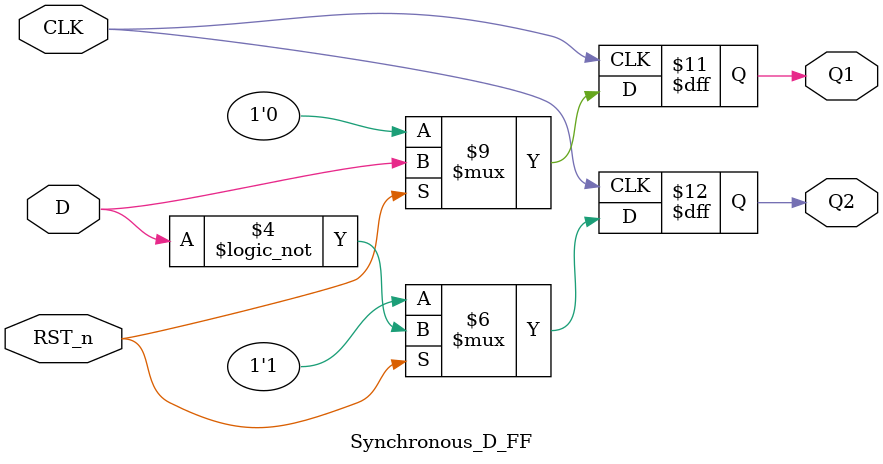
<source format=v>

module Synchronous_D_FF(CLK,D,RST_n,Q1,Q2);
input CLK;
input D,RST_n;
output reg Q1,Q2;

always@(posedge CLK)
begin
if (~RST_n) 
    begin Q1 = 1'b0;
    Q2 = !Q1; end
else 
    begin Q1 = D;
    Q2 = !Q1; end
end

endmodule

</source>
